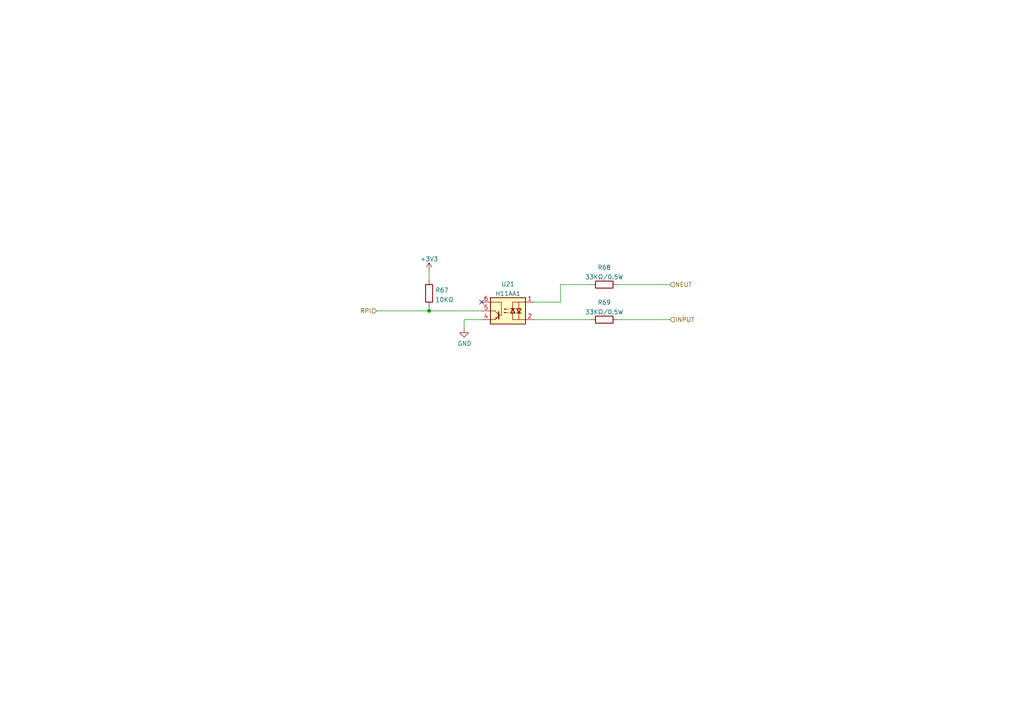
<source format=kicad_sch>
(kicad_sch (version 20211123) (generator eeschema)

  (uuid c343f10f-7158-458c-9d27-44b39b47bd87)

  (paper "A4")

  (lib_symbols
    (symbol "Device:R" (pin_numbers hide) (pin_names (offset 0)) (in_bom yes) (on_board yes)
      (property "Reference" "R" (id 0) (at 2.032 0 90)
        (effects (font (size 1.27 1.27)))
      )
      (property "Value" "R" (id 1) (at 0 0 90)
        (effects (font (size 1.27 1.27)))
      )
      (property "Footprint" "" (id 2) (at -1.778 0 90)
        (effects (font (size 1.27 1.27)) hide)
      )
      (property "Datasheet" "~" (id 3) (at 0 0 0)
        (effects (font (size 1.27 1.27)) hide)
      )
      (property "ki_keywords" "R res resistor" (id 4) (at 0 0 0)
        (effects (font (size 1.27 1.27)) hide)
      )
      (property "ki_description" "Resistor" (id 5) (at 0 0 0)
        (effects (font (size 1.27 1.27)) hide)
      )
      (property "ki_fp_filters" "R_*" (id 6) (at 0 0 0)
        (effects (font (size 1.27 1.27)) hide)
      )
      (symbol "R_0_1"
        (rectangle (start -1.016 -2.54) (end 1.016 2.54)
          (stroke (width 0.254) (type default) (color 0 0 0 0))
          (fill (type none))
        )
      )
      (symbol "R_1_1"
        (pin passive line (at 0 3.81 270) (length 1.27)
          (name "~" (effects (font (size 1.27 1.27))))
          (number "1" (effects (font (size 1.27 1.27))))
        )
        (pin passive line (at 0 -3.81 90) (length 1.27)
          (name "~" (effects (font (size 1.27 1.27))))
          (number "2" (effects (font (size 1.27 1.27))))
        )
      )
    )
    (symbol "Isolator:H11AA1" (in_bom yes) (on_board yes)
      (property "Reference" "U" (id 0) (at -5.334 4.953 0)
        (effects (font (size 1.27 1.27)) (justify left))
      )
      (property "Value" "H11AA1" (id 1) (at 0.635 4.953 0)
        (effects (font (size 1.27 1.27)) (justify left))
      )
      (property "Footprint" "Package_DIP:DIP-6_W7.62mm" (id 2) (at -12.446 -4.953 0)
        (effects (font (size 1.27 1.27) italic) (justify left) hide)
      )
      (property "Datasheet" "https://www.vishay.com/docs/83608/h11aa1.pdf" (id 3) (at 19.304 16.002 0)
        (effects (font (size 1.27 1.27)) (justify left) hide)
      )
      (property "ki_keywords" "NPN AC DC Optocoupler" (id 4) (at 0 0 0)
        (effects (font (size 1.27 1.27)) hide)
      )
      (property "ki_description" "AC/DC NPN Optocoupler, DIP-6" (id 5) (at 0 0 0)
        (effects (font (size 1.27 1.27)) hide)
      )
      (property "ki_fp_filters" "DIP*W7.62mm*" (id 6) (at 0 0 0)
        (effects (font (size 1.27 1.27)) hide)
      )
      (symbol "H11AA1_0_1"
        (polyline
          (pts
            (xy -2.032 0.635)
            (xy -0.762 0.635)
          )
          (stroke (width 0.254) (type default) (color 0 0 0 0))
          (fill (type none))
        )
        (polyline
          (pts
            (xy -1.397 -2.54)
            (xy -3.175 -2.54)
          )
          (stroke (width 0.1524) (type default) (color 0 0 0 0))
          (fill (type none))
        )
        (polyline
          (pts
            (xy -1.397 -0.635)
            (xy -1.397 -2.54)
          )
          (stroke (width 0) (type default) (color 0 0 0 0))
          (fill (type none))
        )
        (polyline
          (pts
            (xy -1.397 0.635)
            (xy -1.397 -0.635)
          )
          (stroke (width 0) (type default) (color 0 0 0 0))
          (fill (type none))
        )
        (polyline
          (pts
            (xy -1.397 0.635)
            (xy -1.397 2.54)
          )
          (stroke (width 0) (type default) (color 0 0 0 0))
          (fill (type none))
        )
        (polyline
          (pts
            (xy -1.397 2.54)
            (xy -3.175 2.54)
          )
          (stroke (width 0.1524) (type default) (color 0 0 0 0))
          (fill (type none))
        )
        (polyline
          (pts
            (xy -1.397 0.635)
            (xy -2.032 -0.635)
            (xy -0.762 -0.635)
            (xy -1.397 0.635)
          )
          (stroke (width 0.254) (type default) (color 0 0 0 0))
          (fill (type none))
        )
      )
      (symbol "H11AA1_1_1"
        (rectangle (start -5.08 3.81) (end 5.08 -3.81)
          (stroke (width 0.254) (type default) (color 0 0 0 0))
          (fill (type background))
        )
        (polyline
          (pts
            (xy -3.81 -0.635)
            (xy -2.54 -0.635)
          )
          (stroke (width 0.254) (type default) (color 0 0 0 0))
          (fill (type none))
        )
        (polyline
          (pts
            (xy 2.667 -1.397)
            (xy 3.81 -2.54)
          )
          (stroke (width 0) (type default) (color 0 0 0 0))
          (fill (type none))
        )
        (polyline
          (pts
            (xy 2.667 -1.143)
            (xy 3.81 0)
          )
          (stroke (width 0) (type default) (color 0 0 0 0))
          (fill (type none))
        )
        (polyline
          (pts
            (xy 3.81 -2.54)
            (xy 5.08 -2.54)
          )
          (stroke (width 0) (type default) (color 0 0 0 0))
          (fill (type none))
        )
        (polyline
          (pts
            (xy 3.81 0)
            (xy 5.08 0)
          )
          (stroke (width 0) (type default) (color 0 0 0 0))
          (fill (type none))
        )
        (polyline
          (pts
            (xy 2.667 -0.254)
            (xy 2.667 -2.286)
            (xy 2.667 -2.286)
          )
          (stroke (width 0.3556) (type default) (color 0 0 0 0))
          (fill (type none))
        )
        (polyline
          (pts
            (xy -5.08 -2.54)
            (xy -3.175 -2.54)
            (xy -3.175 2.54)
            (xy -5.08 2.54)
          )
          (stroke (width 0) (type default) (color 0 0 0 0))
          (fill (type none))
        )
        (polyline
          (pts
            (xy -3.175 -0.635)
            (xy -3.81 0.635)
            (xy -2.54 0.635)
            (xy -3.175 -0.635)
          )
          (stroke (width 0.254) (type default) (color 0 0 0 0))
          (fill (type none))
        )
        (polyline
          (pts
            (xy 3.683 -2.413)
            (xy 3.429 -1.905)
            (xy 3.175 -2.159)
            (xy 3.683 -2.413)
          )
          (stroke (width 0) (type default) (color 0 0 0 0))
          (fill (type none))
        )
        (polyline
          (pts
            (xy 5.08 2.54)
            (xy 1.905 2.54)
            (xy 1.905 -1.27)
            (xy 2.54 -1.27)
          )
          (stroke (width 0) (type default) (color 0 0 0 0))
          (fill (type none))
        )
        (polyline
          (pts
            (xy -0.127 -0.508)
            (xy 1.143 -0.508)
            (xy 0.762 -0.635)
            (xy 0.762 -0.381)
            (xy 1.143 -0.508)
          )
          (stroke (width 0) (type default) (color 0 0 0 0))
          (fill (type none))
        )
        (polyline
          (pts
            (xy -0.127 0.508)
            (xy 1.143 0.508)
            (xy 0.762 0.381)
            (xy 0.762 0.635)
            (xy 1.143 0.508)
          )
          (stroke (width 0) (type default) (color 0 0 0 0))
          (fill (type none))
        )
        (pin passive line (at -7.62 2.54 0) (length 2.54)
          (name "~" (effects (font (size 1.27 1.27))))
          (number "1" (effects (font (size 1.27 1.27))))
        )
        (pin passive line (at -7.62 -2.54 0) (length 2.54)
          (name "~" (effects (font (size 1.27 1.27))))
          (number "2" (effects (font (size 1.27 1.27))))
        )
        (pin no_connect line (at -5.08 0 0) (length 2.54) hide
          (name "NC" (effects (font (size 1.27 1.27))))
          (number "3" (effects (font (size 1.27 1.27))))
        )
        (pin passive line (at 7.62 -2.54 180) (length 2.54)
          (name "~" (effects (font (size 1.27 1.27))))
          (number "4" (effects (font (size 1.27 1.27))))
        )
        (pin passive line (at 7.62 0 180) (length 2.54)
          (name "~" (effects (font (size 1.27 1.27))))
          (number "5" (effects (font (size 1.27 1.27))))
        )
        (pin passive line (at 7.62 2.54 180) (length 2.54)
          (name "~" (effects (font (size 1.27 1.27))))
          (number "6" (effects (font (size 1.27 1.27))))
        )
      )
    )
    (symbol "power:+3V3" (power) (pin_names (offset 0)) (in_bom yes) (on_board yes)
      (property "Reference" "#PWR" (id 0) (at 0 -3.81 0)
        (effects (font (size 1.27 1.27)) hide)
      )
      (property "Value" "+3V3" (id 1) (at 0 3.556 0)
        (effects (font (size 1.27 1.27)))
      )
      (property "Footprint" "" (id 2) (at 0 0 0)
        (effects (font (size 1.27 1.27)) hide)
      )
      (property "Datasheet" "" (id 3) (at 0 0 0)
        (effects (font (size 1.27 1.27)) hide)
      )
      (property "ki_keywords" "power-flag" (id 4) (at 0 0 0)
        (effects (font (size 1.27 1.27)) hide)
      )
      (property "ki_description" "Power symbol creates a global label with name \"+3V3\"" (id 5) (at 0 0 0)
        (effects (font (size 1.27 1.27)) hide)
      )
      (symbol "+3V3_0_1"
        (polyline
          (pts
            (xy -0.762 1.27)
            (xy 0 2.54)
          )
          (stroke (width 0) (type default) (color 0 0 0 0))
          (fill (type none))
        )
        (polyline
          (pts
            (xy 0 0)
            (xy 0 2.54)
          )
          (stroke (width 0) (type default) (color 0 0 0 0))
          (fill (type none))
        )
        (polyline
          (pts
            (xy 0 2.54)
            (xy 0.762 1.27)
          )
          (stroke (width 0) (type default) (color 0 0 0 0))
          (fill (type none))
        )
      )
      (symbol "+3V3_1_1"
        (pin power_in line (at 0 0 90) (length 0) hide
          (name "+3V3" (effects (font (size 1.27 1.27))))
          (number "1" (effects (font (size 1.27 1.27))))
        )
      )
    )
    (symbol "power:GND" (power) (pin_names (offset 0)) (in_bom yes) (on_board yes)
      (property "Reference" "#PWR" (id 0) (at 0 -6.35 0)
        (effects (font (size 1.27 1.27)) hide)
      )
      (property "Value" "GND" (id 1) (at 0 -3.81 0)
        (effects (font (size 1.27 1.27)))
      )
      (property "Footprint" "" (id 2) (at 0 0 0)
        (effects (font (size 1.27 1.27)) hide)
      )
      (property "Datasheet" "" (id 3) (at 0 0 0)
        (effects (font (size 1.27 1.27)) hide)
      )
      (property "ki_keywords" "power-flag" (id 4) (at 0 0 0)
        (effects (font (size 1.27 1.27)) hide)
      )
      (property "ki_description" "Power symbol creates a global label with name \"GND\" , ground" (id 5) (at 0 0 0)
        (effects (font (size 1.27 1.27)) hide)
      )
      (symbol "GND_0_1"
        (polyline
          (pts
            (xy 0 0)
            (xy 0 -1.27)
            (xy 1.27 -1.27)
            (xy 0 -2.54)
            (xy -1.27 -1.27)
            (xy 0 -1.27)
          )
          (stroke (width 0) (type default) (color 0 0 0 0))
          (fill (type none))
        )
      )
      (symbol "GND_1_1"
        (pin power_in line (at 0 0 270) (length 0) hide
          (name "GND" (effects (font (size 1.27 1.27))))
          (number "1" (effects (font (size 1.27 1.27))))
        )
      )
    )
  )

  (junction (at 124.46 90.17) (diameter 0) (color 0 0 0 0)
    (uuid e669f50f-c0c7-47dc-bb2a-e91d60de4d9c)
  )

  (no_connect (at 139.7 87.63) (uuid 71d0e52b-424a-41bc-b352-e507e825b0ed))

  (wire (pts (xy 134.62 92.71) (xy 139.7 92.71))
    (stroke (width 0) (type default) (color 0 0 0 0))
    (uuid 04cb5144-19c2-4e6a-b992-a38db876df26)
  )
  (wire (pts (xy 124.46 88.9) (xy 124.46 90.17))
    (stroke (width 0) (type default) (color 0 0 0 0))
    (uuid 10eaaac1-eac8-48f5-93d6-5543a9d22034)
  )
  (wire (pts (xy 109.22 90.17) (xy 124.46 90.17))
    (stroke (width 0) (type default) (color 0 0 0 0))
    (uuid 229fb7d2-6c48-4120-ab8f-3a4cdfead7a0)
  )
  (wire (pts (xy 124.46 90.17) (xy 139.7 90.17))
    (stroke (width 0) (type default) (color 0 0 0 0))
    (uuid 274bf109-e745-4b31-8403-4df85fb6481f)
  )
  (wire (pts (xy 134.62 92.71) (xy 134.62 95.25))
    (stroke (width 0) (type default) (color 0 0 0 0))
    (uuid 400d7499-cda1-432f-a720-e9564b76ff05)
  )
  (wire (pts (xy 179.07 92.71) (xy 194.31 92.71))
    (stroke (width 0) (type default) (color 0 0 0 0))
    (uuid 61905c00-f230-448f-8a42-c2bb2b239b35)
  )
  (wire (pts (xy 179.07 82.55) (xy 194.31 82.55))
    (stroke (width 0) (type default) (color 0 0 0 0))
    (uuid 66d2f3cc-8a8f-4195-a375-78e0778f2b1b)
  )
  (wire (pts (xy 171.45 82.55) (xy 162.56 82.55))
    (stroke (width 0) (type default) (color 0 0 0 0))
    (uuid 71f6f784-7683-4b87-8936-d759b44756be)
  )
  (wire (pts (xy 154.94 87.63) (xy 162.56 87.63))
    (stroke (width 0) (type default) (color 0 0 0 0))
    (uuid 9c193d77-3f70-4177-82fc-db9b7feccaf1)
  )
  (wire (pts (xy 162.56 82.55) (xy 162.56 87.63))
    (stroke (width 0) (type default) (color 0 0 0 0))
    (uuid aed3f367-ed2e-4ee0-a9c1-a1d33fea10e8)
  )
  (wire (pts (xy 154.94 92.71) (xy 171.45 92.71))
    (stroke (width 0) (type default) (color 0 0 0 0))
    (uuid b6cd204a-21a4-480f-827f-1a2bee614cc4)
  )
  (wire (pts (xy 124.46 78.74) (xy 124.46 81.28))
    (stroke (width 0) (type default) (color 0 0 0 0))
    (uuid c62bdbe1-a223-42f5-8a5d-ee74f8ec94e5)
  )

  (hierarchical_label "NEUT" (shape input) (at 194.31 82.55 0)
    (effects (font (size 1.27 1.27)) (justify left))
    (uuid 3328c280-68ed-4c11-99a9-60e61ebd36f7)
  )
  (hierarchical_label "INPUT" (shape input) (at 194.31 92.71 0)
    (effects (font (size 1.27 1.27)) (justify left))
    (uuid 78ba1220-34f0-41e2-9467-c8ba2866b33d)
  )
  (hierarchical_label "RPI" (shape input) (at 109.22 90.17 180)
    (effects (font (size 1.27 1.27)) (justify right))
    (uuid f6fdeeeb-b652-46ee-8a45-454005038891)
  )

  (symbol (lib_id "Device:R") (at 175.26 92.71 270)
    (in_bom yes) (on_board yes) (fields_autoplaced)
    (uuid 08a74ac8-5bcd-426f-b5da-0fa70ebf8fcd)
    (property "Reference" "R69" (id 0) (at 175.26 87.7275 90))
    (property "Value" "33KΩ/0.5W" (id 1) (at 175.26 90.5026 90))
    (property "Footprint" "Resistor_SMD:R_0805_2012Metric" (id 2) (at 175.26 90.932 90)
      (effects (font (size 1.27 1.27)) hide)
    )
    (property "Datasheet" "https://datasheet.lcsc.com/lcsc/2012181743_UNI-ROYAL-Uniroyal-Elec-AS05W2J0333T5E_C966118.pdf" (id 3) (at 175.26 92.71 0)
      (effects (font (size 1.27 1.27)) hide)
    )
    (property "LCSC" "C966118" (id 4) (at 175.26 92.71 90)
      (effects (font (size 1.27 1.27)) hide)
    )
    (pin "1" (uuid 6964fd78-d016-4d29-b856-70a03e182a60))
    (pin "2" (uuid 037add00-be79-400f-ac5d-e2d0bb977be3))
  )

  (symbol (lib_id "power:GND") (at 134.62 95.25 0)
    (in_bom yes) (on_board yes)
    (uuid 0e4149d8-42d0-4fbe-adbe-eafc31ac8a00)
    (property "Reference" "#PWR038" (id 0) (at 134.62 101.6 0)
      (effects (font (size 1.27 1.27)) hide)
    )
    (property "Value" "GND" (id 1) (at 134.747 99.6442 0))
    (property "Footprint" "" (id 2) (at 134.62 95.25 0)
      (effects (font (size 1.27 1.27)) hide)
    )
    (property "Datasheet" "" (id 3) (at 134.62 95.25 0)
      (effects (font (size 1.27 1.27)) hide)
    )
    (pin "1" (uuid 0c520d28-d926-4b10-bef9-03dfd26bc64a))
  )

  (symbol (lib_id "power:+3V3") (at 124.46 78.74 0)
    (in_bom yes) (on_board yes) (fields_autoplaced)
    (uuid 593bd94d-bb1f-4b56-85e8-ef6e8c44a556)
    (property "Reference" "#PWR037" (id 0) (at 124.46 82.55 0)
      (effects (font (size 1.27 1.27)) hide)
    )
    (property "Value" "+3V3" (id 1) (at 124.46 75.1355 0))
    (property "Footprint" "" (id 2) (at 124.46 78.74 0)
      (effects (font (size 1.27 1.27)) hide)
    )
    (property "Datasheet" "" (id 3) (at 124.46 78.74 0)
      (effects (font (size 1.27 1.27)) hide)
    )
    (pin "1" (uuid e399e1e2-26df-487b-9274-ff5e72e8a252))
  )

  (symbol (lib_id "Isolator:H11AA1") (at 147.32 90.17 0) (mirror y)
    (in_bom yes) (on_board yes) (fields_autoplaced)
    (uuid 9f19345d-66cb-4601-bac7-03a2b5193449)
    (property "Reference" "U21" (id 0) (at 147.32 82.3935 0))
    (property "Value" "H11AA1" (id 1) (at 147.32 85.1686 0))
    (property "Footprint" "Package_DIP:SMDIP-6_W9.53mm" (id 2) (at 159.766 95.123 0)
      (effects (font (size 1.27 1.27) italic) (justify left) hide)
    )
    (property "Datasheet" "https://datasheet.lcsc.com/lcsc/1809111517_ON-Semiconductor-H11AA1SM_C184383.pdf" (id 3) (at 128.016 74.168 0)
      (effects (font (size 1.27 1.27)) (justify left) hide)
    )
    (property "LCSC" "C184383" (id 4) (at 147.32 90.17 0)
      (effects (font (size 1.27 1.27)) hide)
    )
    (pin "1" (uuid 6a3e56a1-6927-454b-8dab-90e5e4dfc76c))
    (pin "2" (uuid 76c074b8-aa40-41ef-beda-ae5582aadca3))
    (pin "3" (uuid 3edc3dd8-2333-470c-92f3-a283d739f168))
    (pin "4" (uuid 7fe395c9-fe5c-44b4-a617-586836cdf68d))
    (pin "5" (uuid 7daacfdc-29f9-45ee-8ae4-8baf1780251b))
    (pin "6" (uuid 2b771c7e-b396-4660-9a47-a3bb2cb21ca1))
  )

  (symbol (lib_id "Device:R") (at 124.46 85.09 180)
    (in_bom yes) (on_board yes) (fields_autoplaced)
    (uuid b0bcac91-b6ad-4247-a3c0-50427a6e5df7)
    (property "Reference" "R67" (id 0) (at 126.238 84.1815 0)
      (effects (font (size 1.27 1.27)) (justify right))
    )
    (property "Value" "10KΩ" (id 1) (at 126.238 86.9566 0)
      (effects (font (size 1.27 1.27)) (justify right))
    )
    (property "Footprint" "Resistor_SMD:R_0603_1608Metric" (id 2) (at 126.238 85.09 90)
      (effects (font (size 1.27 1.27)) hide)
    )
    (property "Datasheet" "https://datasheet.lcsc.com/lcsc/1811062009_UNI-ROYAL-Uniroyal-Elec-0603WAF1002T5E_C25804.pdf" (id 3) (at 124.46 85.09 0)
      (effects (font (size 1.27 1.27)) hide)
    )
    (property "LCSC" "C25804" (id 4) (at 124.46 85.09 0)
      (effects (font (size 1.27 1.27)) hide)
    )
    (pin "1" (uuid 8d6348e1-f303-44d4-bb4b-c5bf95bc1d11))
    (pin "2" (uuid 27343040-9fd0-455e-b0f3-1827c93361af))
  )

  (symbol (lib_id "Device:R") (at 175.26 82.55 270)
    (in_bom yes) (on_board yes) (fields_autoplaced)
    (uuid de3e121c-5d41-414b-b665-b01bc8d83612)
    (property "Reference" "R68" (id 0) (at 175.26 77.5675 90))
    (property "Value" "33KΩ/0.5W" (id 1) (at 175.26 80.3426 90))
    (property "Footprint" "Resistor_SMD:R_0805_2012Metric" (id 2) (at 175.26 80.772 90)
      (effects (font (size 1.27 1.27)) hide)
    )
    (property "Datasheet" "https://datasheet.lcsc.com/lcsc/2012181743_UNI-ROYAL-Uniroyal-Elec-AS05W2J0333T5E_C966118.pdf" (id 3) (at 175.26 82.55 0)
      (effects (font (size 1.27 1.27)) hide)
    )
    (property "LCSC" "C966118" (id 4) (at 175.26 82.55 90)
      (effects (font (size 1.27 1.27)) hide)
    )
    (pin "1" (uuid a805c33d-173c-4506-90bc-b15e3390a20e))
    (pin "2" (uuid 14a7a41a-7b62-4b9d-8496-102da86f2afa))
  )
)

</source>
